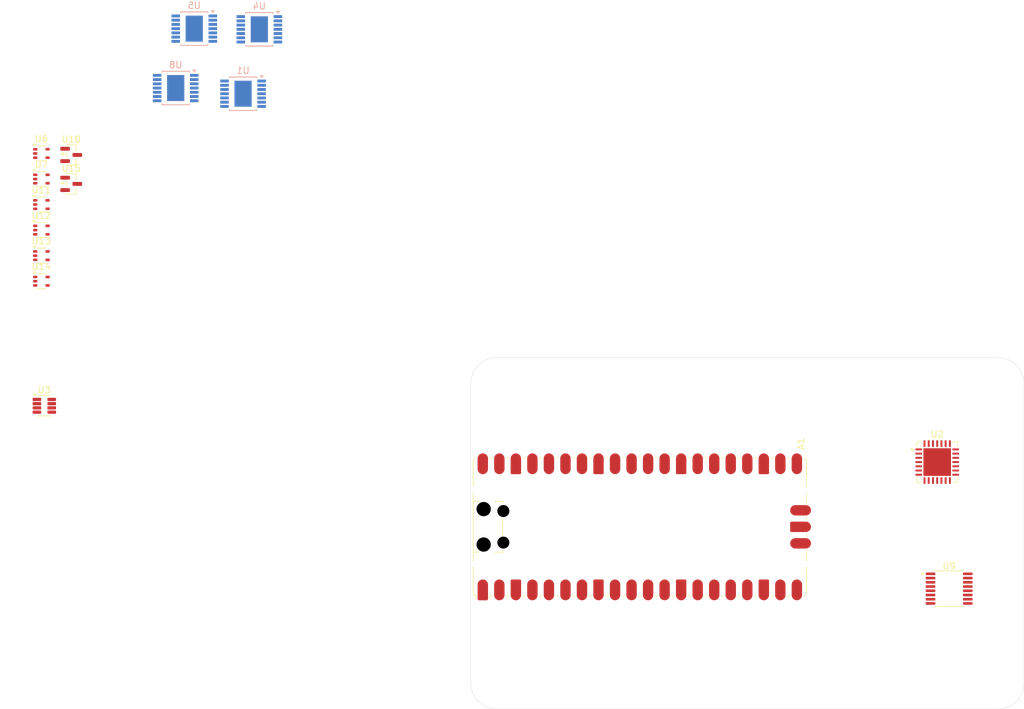
<source format=kicad_pcb>
(kicad_pcb (version 20241229) (generator "pcbnew") (generator_version "9.0")
  (layers (0 "F.Cu" signal) (2 "B.Cu" signal) (13 "F.Paste" user) (15 "B.Paste" user) (5 "F.SilkS" user "F.Silkscreen") (7 "B.SilkS" user "B.Silkscreen") (1 "F.Mask" user) (3 "B.Mask" user) (25 "Edge.Cuts" user))
  (net 0 "")
  (net 14 "Net-(A1-GND-Pad13)")
  (net 37 "Net-(U1-OUT-Pad10)")
  (net 84 "Net-(U4-OUT-Pad10)")
  (net 95 "Net-(U5-OUT-Pad10)")
  (net 114 "Net-(U8-OUT-Pad10)")
  (footprint "Package_TO_SOT_SMD:SOT-353_SC-70-5" (layer "F.Cu") (at 61.0125 75.255)
    (property "Reference" "U14" (at 0 -2.25 0) (layer "F.SilkS"))
    (property "Value" "MCP9700Ax-HLT")
    (fp_line (start -0.71 -1.16) (end 0.7 -1.16) (stroke (width 0.12)) (layer "F.SilkS"))
    (fp_line (start -0.7 1.16) (end 0.7 1.16) (stroke (width 0.12)) (layer "F.SilkS"))
    (fp_poly (pts (xy -1.08 -1.11) (xy -1.32 -1.44) (xy -0.84 -1.44) (xy -1.08 -1.11)) (stroke (width 0.12)) (fill yes) (layer "F.SilkS"))
    (pad "1" smd roundrect (at -0.95 -0.65) (size 0.65 0.4) (layers "F.Cu" "F.Mask" "F.Paste"))
    (pad "2" smd roundrect (at -0.95 0) (size 0.65 0.4) (layers "F.Cu" "F.Mask" "F.Paste"))
    (pad "3" smd roundrect (at -0.95 0.65) (size 0.65 0.4) (layers "F.Cu" "F.Mask" "F.Paste"))
    (pad "4" smd roundrect (at 0.95 0.65) (size 0.65 0.4) (layers "F.Cu" "F.Mask" "F.Paste"))
    (pad "5" smd roundrect (at 0.95 -0.65) (size 0.65 0.4) (layers "F.Cu" "F.Mask" "F.Paste"))
  )
  (footprint "Package_TO_SOT_SMD:SOT-23" (layer "F.Cu") (at 65.5925 55.855)
    (property "Reference" "U10" (at 0 -2.4 0) (layer "F.SilkS"))
    (property "Value" "MCP9700Ax-HTT")
    (fp_line (start -0.76 -1.56) (end 0.76 -1.56) (stroke (width 0.12)) (layer "F.SilkS"))
    (fp_line (start -0.76 -1.51) (end -0.76 -1.56) (stroke (width 0.12)) (layer "F.SilkS"))
    (fp_line (start -0.76 0.39) (end -0.76 -0.39) (stroke (width 0.12)) (layer "F.SilkS"))
    (fp_line (start -0.76 1.56) (end -0.76 1.51) (stroke (width 0.12)) (layer "F.SilkS"))
    (fp_line (start 0.76 -1.56) (end 0.76 -0.56) (stroke (width 0.12)) (layer "F.SilkS"))
    (fp_line (start 0.76 0.56) (end 0.76 1.56) (stroke (width 0.12)) (layer "F.SilkS"))
    (fp_line (start 0.76 1.56) (end -0.76 1.56) (stroke (width 0.12)) (layer "F.SilkS"))
    (fp_poly (pts (xy -1.3 -0.38) (xy -1.06 -0.05) (xy -1.54 -0.05)) (stroke (width 0.12)) (fill yes) (layer "F.SilkS"))
    (pad "1" smd roundrect (at -0.9375 -0.95) (size 1.475 0.6) (layers "F.Cu" "F.Mask" "F.Paste"))
    (pad "2" smd roundrect (at -0.9375 0.95) (size 1.475 0.6) (layers "F.Cu" "F.Mask" "F.Paste"))
    (pad "3" smd roundrect (at 0.9375 0) (size 1.475 0.6) (layers "F.Cu" "F.Mask" "F.Paste"))
  )
  (footprint "Package_TO_SOT_SMD:SOT-353_SC-70-5" (layer "F.Cu") (at 61.0125 55.63)
    (property "Reference" "U6" (at 0 -2.25 0) (layer "F.SilkS"))
    (property "Value" "MCP9700Ax-HLT")
    (fp_line (start -0.71 -1.16) (end 0.7 -1.16) (stroke (width 0.12)) (layer "F.SilkS"))
    (fp_line (start -0.7 1.16) (end 0.7 1.16) (stroke (width 0.12)) (layer "F.SilkS"))
    (fp_poly (pts (xy -1.08 -1.11) (xy -1.32 -1.44) (xy -0.84 -1.44) (xy -1.08 -1.11)) (stroke (width 0.12)) (fill yes) (layer "F.SilkS"))
    (pad "1" smd roundrect (at -0.95 -0.65) (size 0.65 0.4) (layers "F.Cu" "F.Mask" "F.Paste"))
    (pad "2" smd roundrect (at -0.95 0) (size 0.65 0.4) (layers "F.Cu" "F.Mask" "F.Paste"))
    (pad "3" smd roundrect (at -0.95 0.65) (size 0.65 0.4) (layers "F.Cu" "F.Mask" "F.Paste"))
    (pad "4" smd roundrect (at 0.95 0.65) (size 0.65 0.4) (layers "F.Cu" "F.Mask" "F.Paste"))
    (pad "5" smd roundrect (at 0.95 -0.65) (size 0.65 0.4) (layers "F.Cu" "F.Mask" "F.Paste"))
  )
  (footprint "Package_TO_SOT_SMD:SOT-353_SC-70-5" (layer "F.Cu") (at 61.0125 59.555)
    (property "Reference" "U7" (at 0 -2.25 0) (layer "F.SilkS"))
    (property "Value" "MCP9700Ax-HLT")
    (fp_line (start -0.71 -1.16) (end 0.7 -1.16) (stroke (width 0.12)) (layer "F.SilkS"))
    (fp_line (start -0.7 1.16) (end 0.7 1.16) (stroke (width 0.12)) (layer "F.SilkS"))
    (fp_poly (pts (xy -1.08 -1.11) (xy -1.32 -1.44) (xy -0.84 -1.44) (xy -1.08 -1.11)) (stroke (width 0.12)) (fill yes) (layer "F.SilkS"))
    (pad "1" smd roundrect (at -0.95 -0.65) (size 0.65 0.4) (layers "F.Cu" "F.Mask" "F.Paste"))
    (pad "2" smd roundrect (at -0.95 0) (size 0.65 0.4) (layers "F.Cu" "F.Mask" "F.Paste"))
    (pad "3" smd roundrect (at -0.95 0.65) (size 0.65 0.4) (layers "F.Cu" "F.Mask" "F.Paste"))
    (pad "4" smd roundrect (at 0.95 0.65) (size 0.65 0.4) (layers "F.Cu" "F.Mask" "F.Paste"))
    (pad "5" smd roundrect (at 0.95 -0.65) (size 0.65 0.4) (layers "F.Cu" "F.Mask" "F.Paste"))
  )
  (footprint "Package_SO:TSSOP-16_4.4x5mm_P0.65mm" (layer "F.Cu") (at 200.5 122.5)
    (property "Reference" "U9" (at 0 -3.45 0) (layer "F.SilkS"))
    (property "Value" "ADS7828")
    (fp_line (start -2.31 -2.735) (end 2.31 -2.735) (stroke (width 0.12)) (layer "F.SilkS"))
    (fp_line (start 2.31 2.735) (end -2.31 2.735) (stroke (width 0.12)) (layer "F.SilkS"))
    (fp_poly (pts (xy -3.86 -2.28) (xy -4.19 -2.04) (xy -4.19 -2.52)) (stroke (width 0.12)) (fill yes) (layer "F.SilkS"))
    (pad "1" smd roundrect (at -2.8625 -2.275) (size 1.475 0.4) (layers "F.Cu" "F.Mask" "F.Paste"))
    (pad "2" smd roundrect (at -2.8625 -1.625) (size 1.475 0.4) (layers "F.Cu" "F.Mask" "F.Paste"))
    (pad "3" smd roundrect (at -2.8625 -0.975) (size 1.475 0.4) (layers "F.Cu" "F.Mask" "F.Paste"))
    (pad "4" smd roundrect (at -2.8625 -0.325) (size 1.475 0.4) (layers "F.Cu" "F.Mask" "F.Paste"))
    (pad "5" smd roundrect (at -2.8625 0.325) (size 1.475 0.4) (layers "F.Cu" "F.Mask" "F.Paste"))
    (pad "6" smd roundrect (at -2.8625 0.975) (size 1.475 0.4) (layers "F.Cu" "F.Mask" "F.Paste"))
    (pad "7" smd roundrect (at -2.8625 1.625) (size 1.475 0.4) (layers "F.Cu" "F.Mask" "F.Paste"))
    (pad "8" smd roundrect (at -2.8625 2.275) (size 1.475 0.4) (layers "F.Cu" "F.Mask" "F.Paste"))
    (pad "9" smd roundrect (at 2.8625 2.275) (size 1.475 0.4) (layers "F.Cu" "F.Mask" "F.Paste"))
    (pad "10" smd roundrect (at 2.8625 1.625) (size 1.475 0.4) (layers "F.Cu" "F.Mask" "F.Paste"))
    (pad "11" smd roundrect (at 2.8625 0.975) (size 1.475 0.4) (layers "F.Cu" "F.Mask" "F.Paste"))
    (pad "12" smd roundrect (at 2.8625 0.325) (size 1.475 0.4) (layers "F.Cu" "F.Mask" "F.Paste"))
    (pad "13" smd roundrect (at 2.8625 -0.325) (size 1.475 0.4) (layers "F.Cu" "F.Mask" "F.Paste"))
    (pad "14" smd roundrect (at 2.8625 -0.975) (size 1.475 0.4) (layers "F.Cu" "F.Mask" "F.Paste"))
    (pad "15" smd roundrect (at 2.8625 -1.625) (size 1.475 0.4) (layers "F.Cu" "F.Mask" "F.Paste"))
    (pad "16" smd roundrect (at 2.8625 -2.275) (size 1.475 0.4) (layers "F.Cu" "F.Mask" "F.Paste"))
  )
  (footprint "Package_TO_SOT_SMD:SOT-353_SC-70-5" (layer "F.Cu") (at 61.0125 71.33)
    (property "Reference" "U13" (at 0 -2.25 0) (layer "F.SilkS"))
    (property "Value" "MCP9700Ax-HLT")
    (fp_line (start -0.71 -1.16) (end 0.7 -1.16) (stroke (width 0.12)) (layer "F.SilkS"))
    (fp_line (start -0.7 1.16) (end 0.7 1.16) (stroke (width 0.12)) (layer "F.SilkS"))
    (fp_poly (pts (xy -1.08 -1.11) (xy -1.32 -1.44) (xy -0.84 -1.44) (xy -1.08 -1.11)) (stroke (width 0.12)) (fill yes) (layer "F.SilkS"))
    (pad "1" smd roundrect (at -0.95 -0.65) (size 0.65 0.4) (layers "F.Cu" "F.Mask" "F.Paste"))
    (pad "2" smd roundrect (at -0.95 0) (size 0.65 0.4) (layers "F.Cu" "F.Mask" "F.Paste"))
    (pad "3" smd roundrect (at -0.95 0.65) (size 0.65 0.4) (layers "F.Cu" "F.Mask" "F.Paste"))
    (pad "4" smd roundrect (at 0.95 0.65) (size 0.65 0.4) (layers "F.Cu" "F.Mask" "F.Paste"))
    (pad "5" smd roundrect (at 0.95 -0.65) (size 0.65 0.4) (layers "F.Cu" "F.Mask" "F.Paste"))
  )
  (footprint "Package_TO_SOT_SMD:SOT-353_SC-70-5" (layer "F.Cu") (at 61.0125 67.405)
    (property "Reference" "U12" (at 0 -2.25 0) (layer "F.SilkS"))
    (property "Value" "MCP9700Ax-HLT")
    (fp_line (start -0.71 -1.16) (end 0.7 -1.16) (stroke (width 0.12)) (layer "F.SilkS"))
    (fp_line (start -0.7 1.16) (end 0.7 1.16) (stroke (width 0.12)) (layer "F.SilkS"))
    (fp_poly (pts (xy -1.08 -1.11) (xy -1.32 -1.44) (xy -0.84 -1.44) (xy -1.08 -1.11)) (stroke (width 0.12)) (fill yes) (layer "F.SilkS"))
    (pad "1" smd roundrect (at -0.95 -0.65) (size 0.65 0.4) (layers "F.Cu" "F.Mask" "F.Paste"))
    (pad "2" smd roundrect (at -0.95 0) (size 0.65 0.4) (layers "F.Cu" "F.Mask" "F.Paste"))
    (pad "3" smd roundrect (at -0.95 0.65) (size 0.65 0.4) (layers "F.Cu" "F.Mask" "F.Paste"))
    (pad "4" smd roundrect (at 0.95 0.65) (size 0.65 0.4) (layers "F.Cu" "F.Mask" "F.Paste"))
    (pad "5" smd roundrect (at 0.95 -0.65) (size 0.65 0.4) (layers "F.Cu" "F.Mask" "F.Paste"))
  )
  (footprint "Module:RaspberryPi_Pico_SMD_HandSolder" (layer "F.Cu") (at 152.97 113 90)
    (property "Reference" "A1" (at 11.7475 24.765 90) (layer "F.SilkS") (effects (justify left)))
    (property "Value" "RaspberryPi_Pico")
    (fp_line (start 10 -25.61) (end 7.51 -25.61) (stroke (width 0.12)) (layer "F.SilkS"))
    (fp_line (start 6.162061 -25.61) (end 7.51 -25.61) (stroke (width 0.12)) (layer "F.SilkS"))
    (fp_line (start 4.235 -25.61) (end 5.237939 -25.61) (stroke (width 0.12)) (layer "F.SilkS"))
    (fp_line (start 3.9 -25.61) (end 3.9 -24.694) (stroke (width 0.12)) (layer "F.SilkS"))
    (fp_line (start -3.9 -25.61) (end -3.9 -24.694) (stroke (width 0.12)) (layer "F.SilkS"))
    (fp_line (start -4.235 -25.61) (end 4.235 -25.61) (stroke (width 0.12)) (layer "F.SilkS"))
    (fp_line (start -5.237939 -25.61) (end -4.235 -25.61) (stroke (width 0.12)) (layer "F.SilkS"))
    (fp_line (start -7.51 -25.61) (end -6.16206 -25.61) (stroke (width 0.12)) (layer "F.SilkS"))
    (fp_line (start -10 -25.61) (end -7.51 -25.61) (stroke (width 0.12)) (layer "F.SilkS"))
    (fp_line (start -10.579676 -25.19) (end -11.09 -25.19) (stroke (width 0.12)) (layer "F.SilkS"))
    (fp_line (start 10.61 -23.07) (end 10.61 -22.65) (stroke (width 0.12)) (layer "F.SilkS"))
    (fp_line (start -10.61 -23.07) (end -11.09 -23.07) (stroke (width 0.12)) (layer "F.SilkS"))
    (fp_line (start -10.61 -23.07) (end -10.61 -22.65) (stroke (width 0.12)) (layer "F.SilkS"))
    (fp_line (start 3.9 -22.306) (end 3.9 -21.09) (stroke (width 0.12)) (layer "F.SilkS"))
    (fp_line (start -3.9 -22.306) (end -3.9 -21.09) (stroke (width 0.12)) (layer "F.SilkS"))
    (fp_line (start 3.60391 -21.09) (end 3.9 -21.09) (stroke (width 0.12)) (layer "F.SilkS"))
    (fp_line (start -1.24609 -21.09) (end 1.24609 -21.09) (stroke (width 0.12)) (layer "F.SilkS"))
    (fp_line (start -3.9 -21.09) (end -3.60391 -21.09) (stroke (width 0.12)) (layer "F.SilkS"))
    (fp_line (start 10.61 -20.53) (end 10.61 -20.11) (stroke (width 0.12)) (layer "F.SilkS"))
    (fp_line (start -10.61 -20.53) (end -10.61 -20.11) (stroke (width 0.12)) (layer "F.SilkS"))
    (fp_line (start 10.61 -17.99) (end 10.61 -17.57) (stroke (width 0.12)) (layer "F.SilkS"))
    (fp_line (start -10.61 -17.99) (end -10.61 -17.57) (stroke (width 0.12)) (layer "F.SilkS"))
    (fp_line (start 10.61 -15.45) (end 10.61 -15.03) (stroke (width 0.12)) (layer "F.SilkS"))
    (fp_line (start -10.61 -15.45) (end -10.61 -15.03) (stroke (width 0.12)) (layer "F.SilkS"))
    (fp_line (start 10.61 -12.91) (end 10.61 -12.49) (stroke (width 0.12)) (layer "F.SilkS"))
    (fp_line (start -10.61 -12.91) (end -10.61 -12.49) (stroke (width 0.12)) (layer "F.SilkS"))
    (fp_line (start 10.61 -10.37) (end 10.61 -9.95) (stroke (width 0.12)) (layer "F.SilkS"))
    (fp_line (start -10.61 -10.37) (end -10.61 -9.95) (stroke (width 0.12)) (layer "F.SilkS"))
    (fp_line (start 10.61 -7.83) (end 10.61 -7.41) (stroke (width 0.12)) (layer "F.SilkS"))
    (fp_line (start -10.61 -7.83) (end -10.61 -7.41) (stroke (width 0.12)) (layer "F.SilkS"))
    (fp_line (start 10.61 -5.29) (end 10.61 -4.87) (stroke (width 0.12)) (layer "F.SilkS"))
    (fp_line (start -10.61 -5.29) (end -10.61 -4.87) (stroke (width 0.12)) (layer "F.SilkS"))
    (fp_line (start 10.61 -2.75) (end 10.61 -2.33) (stroke (width 0.12)) (layer "F.SilkS"))
    (fp_line (start -10.61 -2.75) (end -10.61 -2.33) (stroke (width 0.12)) (layer "F.SilkS"))
    (fp_line (start 10.61 -0.21) (end 10.61 0.21) (stroke (width 0.12)) (layer "F.SilkS"))
    (fp_line (start -10.61 -0.21) (end -10.61 0.21) (stroke (width 0.12)) (layer "F.SilkS"))
    (fp_line (start 10.61 2.33) (end 10.61 2.75) (stroke (width 0.12)) (layer "F.SilkS"))
    (fp_line (start -10.61 2.33) (end -10.61 2.75) (stroke (width 0.12)) (layer "F.SilkS"))
    (fp_line (start 10.61 4.87) (end 10.61 5.29) (stroke (width 0.12)) (layer "F.SilkS"))
    (fp_line (start -10.61 4.87) (end -10.61 5.29) (stroke (width 0.12)) (layer "F.SilkS"))
    (fp_line (start 10.61 7.41) (end 10.61 7.83) (stroke (width 0.12)) (layer "F.SilkS"))
    (fp_line (start -10.61 7.41) (end -10.61 7.83) (stroke (width 0.12)) (layer "F.SilkS"))
    (fp_line (start 10.61 9.95) (end 10.61 10.37) (stroke (width 0.12)) (layer "F.SilkS"))
    (fp_line (start -10.61 9.95) (end -10.61 10.37) (stroke (width 0.12)) (layer "F.SilkS"))
    (fp_line (start 10.61 12.49) (end 10.61 12.91) (stroke (width 0.12)) (layer "F.SilkS"))
    (fp_line (start -10.61 12.49) (end -10.61 12.91) (stroke (width 0.12)) (layer "F.SilkS"))
    (fp_line (start 10.61 15.03) (end 10.61 15.45) (stroke (width 0.12)) (layer "F.SilkS"))
    (fp_line (start -10.61 15.03) (end -10.61 15.45) (stroke (width 0.12)) (layer "F.SilkS"))
    (fp_line (start 10.61 17.57) (end 10.61 17.99) (stroke (width 0.12)) (layer "F.SilkS"))
    (fp_line (start -10.61 17.57) (end -10.61 17.99) (stroke (width 0.12)) (layer "F.SilkS"))
    (fp_line (start 10.61 20.11) (end 10.61 20.53) (stroke (width 0.12)) (layer "F.SilkS"))
    (fp_line (start -10.61 20.11) (end -10.61 20.53) (stroke (width 0.12)) (layer "F.SilkS"))
    (fp_line (start 10.61 22.65) (end 10.61 23.07) (stroke (width 0.12)) (layer "F.SilkS"))
    (fp_line (start -10.61 22.65) (end -10.61 23.07) (stroke (width 0.12)) (layer "F.SilkS"))
    (fp_line (start 6.162061 25.61) (end 10 25.61) (stroke (width 0.12)) (layer "F.SilkS"))
    (fp_line (start 5.237939 25.61) (end 3.6 25.61) (stroke (width 0.12)) (layer "F.SilkS"))
    (fp_line (start 1.06 25.61) (end 1.48 25.61) (stroke (width 0.12)) (layer "F.SilkS"))
    (fp_line (start -1.48 25.61) (end -1.06 25.61) (stroke (width 0.12)) (layer "F.SilkS"))
    (fp_line (start -3.6 25.61) (end -5.237939 25.61) (stroke (width 0.12)) (layer "F.SilkS"))
    (fp_line (start -10 25.61) (end -6.162061 25.61) (stroke (width 0.12)) (layer "F.SilkS"))
    (fp_arc (start 10 -25.61) (mid 10.357937 -25.493944) (end 10.579676 -25.189937) (stroke (width 0.12)) (layer "F.SilkS"))
    (fp_arc (start -10.579676 -25.19) (mid -10.357938 -25.493944) (end -10 -25.61) (stroke (width 0.12)) (layer "F.SilkS"))
    (fp_arc (start 10.579676 25.189937) (mid 10.357958 25.493991) (end 10 25.61) (stroke (width 0.12)) (layer "F.SilkS"))
    (fp_arc (start -10 25.61) (mid -10.357937 25.493944) (end -10.579676 25.189937) (stroke (width 0.12)) (layer "F.SilkS"))
    (pad "" smd rect (at -8.89 -24.13 90) (size 3.8 2.2) (drill (offset -0.8 0)) (layers "F.Paste"))
    (pad "" smd rect (at -8.89 -21.59 90) (size 3.8 2.2) (drill (offset -0.8 0)) (layers "F.Paste"))
    (pad "" smd rect (at -8.89 -19.05 90) (size 3.8 2.2) (drill (offset -0.8 0)) (layers "F.Paste"))
    (pad "" smd rect (at -8.89 -16.51 90) (size 3.8 2.2) (drill (offset -0.8 0)) (layers "F.Paste"))
    (pad "" smd rect (at -8.89 -13.97 90) (size 3.8 2.2) (drill (offset -0.8 0)) (layers "F.Paste"))
    (pad "" smd rect (at -8.89 -11.43 90) (size 3.8 2.2) (drill (offset -0.8 0)) (layers "F.Paste"))
    (pad "" smd rect (at -8.89 -8.89 90) (size 3.8 2.2) (drill (offset -0.8 0)) (layers "F.Paste"))
    (pad "" smd rect (at -8.89 -6.35 90) (size 3.8 2.2) (drill (offset -0.8 0)) (layers "F.Paste"))
    (pad "" smd rect (at -8.89 -3.81 90) (size 3.8 2.2) (drill (offset -0.8 0)) (layers "F.Paste"))
    (pad "" smd rect (at -8.89 -1.27 90) (size 3.8 2.2) (drill (offset -0.8 0)) (layers "F.Paste"))
    (pad "" smd rect (at -8.89 1.27 90) (size 3.8 2.2) (drill (offset -0.8 0)) (layers "F.Paste"))
    (pad "" smd rect (at -8.89 3.81 90) (size 3.8 2.2) (drill (offset -0.8 0)) (layers "F.Paste"))
    (pad "" smd rect (at -8.89 6.35 90) (size 3.8 2.2) (drill (offset -0.8 0)) (layers "F.Paste"))
    (pad "" smd rect (at -8.89 8.89 90) (size 3.8 2.2) (drill (offset -0.8 0)) (layers "F.Paste"))
    (pad "" smd rect (at -8.89 11.43 90) (size 3.8 2.2) (drill (offset -0.8 0)) (layers "F.Paste"))
    (pad "" smd rect (at -8.89 13.97 90) (size 3.8 2.2) (drill (offset -0.8 0)) (layers "F.Paste"))
    (pad "" smd rect (at -8.89 16.51 90) (size 3.8 2.2) (drill (offset -0.8 0)) (layers "F.Paste"))
    (pad "" smd rect (at -8.89 19.05 90) (size 3.8 2.2) (drill (offset -0.8 0)) (layers "F.Paste"))
    (pad "" smd rect (at -8.89 21.59 90) (size 3.8 2.2) (drill (offset -0.8 0)) (layers "F.Paste"))
    (pad "" smd rect (at -8.89 24.13 90) (size 3.8 2.2) (drill (offset -0.8 0)) (layers "F.Paste"))
    (pad "" np_thru_hole circle (at -2.725 -24 90) (size 2.2 2.2) (drill 2.2) (layers "*.Mask"))
    (pad "" smd rect (at -2.54 23.9 90) (size 2.2 3.8) (drill (offset 0 0.8)) (layers "F.Paste"))
    (pad "" np_thru_hole circle (at -2.425 -20.97 90) (size 1.85 1.85) (drill 1.85) (layers "*.Mask"))
    (pad "" smd rect (at 0 23.9 90) (size 2.2 3.8) (drill (offset 0 0.8)) (layers "F.Paste"))
    (pad "" np_thru_hole circle (at 2.425 -20.97 90) (size 1.85 1.85) (drill 1.85) (layers "*.Mask"))
    (pad "" smd rect (at 2.54 23.9 90) (size 2.2 3.8) (drill (offset 0 0.8)) (layers "F.Paste"))
    (pad "" np_thru_hole circle (at 2.725 -24 90) (size 2.2 2.2) (drill 2.2) (layers "*.Mask"))
    (pad "" smd rect (at 8.89 -24.13 90) (size 3.8 2.2) (drill (offset 0.8 0)) (layers "F.Paste"))
    (pad "" smd rect (at 8.89 -21.59 90) (size 3.8 2.2) (drill (offset 0.8 0)) (layers "F.Paste"))
    (pad "" smd rect (at 8.89 -19.05 90) (size 3.8 2.2) (drill (offset 0.8 0)) (layers "F.Paste"))
    (pad "" smd rect (at 8.89 -16.51 90) (size 3.8 2.2) (drill (offset 0.8 0)) (layers "F.Paste"))
    (pad "" smd rect (at 8.89 -13.97 90) (size 3.8 2.2) (drill (offset 0.8 0)) (layers "F.Paste"))
    (pad "" smd rect (at 8.89 -11.43 90) (size 3.8 2.2) (drill (offset 0.8 0)) (layers "F.Paste"))
    (pad "" smd rect (at 8.89 -8.89 90) (size 3.8 2.2) (drill (offset 0.8 0)) (layers "F.Paste"))
    (pad "" smd rect (at 8.89 -6.35 90) (size 3.8 2.2) (drill (offset 0.8 0)) (layers "F.Paste"))
    (pad "" smd rect (at 8.89 -3.81 90) (size 3.8 2.2) (drill (offset 0.8 0)) (layers "F.Paste"))
    (pad "" smd rect (at 8.89 -1.27 90) (size 3.8 2.2) (drill (offset 0.8 0)) (layers "F.Paste"))
    (pad "" smd rect (at 8.89 1.27 90) (size 3.8 2.2) (drill (offset 0.8 0)) (layers "F.Paste"))
    (pad "" smd rect (at 8.89 3.81 90) (size 3.8 2.2) (drill (offset 0.8 0)) (layers "F.Paste"))
    (pad "" smd rect (at 8.89 6.35 90) (size 3.8 2.2) (drill (offset 0.8 0)) (layers "F.Paste"))
    (pad "" smd rect (at 8.89 8.89 90) (size 3.8 2.2) (drill (offset 0.8 0)) (layers "F.Paste"))
    (pad "" smd rect (at 8.89 11.43 90) (size 3.8 2.2) (drill (offset 0.8 0)) (layers "F.Paste"))
    (pad "" smd rect (at 8.89 13.97 90) (size 3.8 2.2) (drill (offset 0.8 0)) (layers "F.Paste"))
    (pad "" smd rect (at 8.89 16.51 90) (size 3.8 2.2) (drill (offset 0.8 0)) (layers "F.Paste"))
    (pad "" smd rect (at 8.89 19.05 90) (size 3.8 2.2) (drill (offset 0.8 0)) (layers "F.Paste"))
    (pad "" smd rect (at 8.89 21.59 90) (size 3.8 2.2) (drill (offset 0.8 0)) (layers "F.Paste"))
    (pad "" smd rect (at 8.89 24.13 90) (size 3.8 2.2) (drill (offset 0.8 0)) (layers "F.Paste"))
    (pad "1" smd custom (at -9.69 -24.13 90) (size 1.6 0.8) (layers "F.Cu" "F.Mask") (options (clearance outline) (anchor rect)) (primitives (gr_circle (center 0.8 0) (end 1.6 0) (width 0) (fill yes)) (gr_poly (pts (xy -1.6 -0.6) (xy -1.6 0.6) (xy -1.4 0.8) (xy 0.8 0.8) (xy 0.8 -0.8) (xy -1.4 -0.8)) (width 0) (fill yes)) (gr_circle (center -1.4 -0.6) (end -1.2 -0.6) (width 0) (fill yes)) (gr_circle (center -1.4 0.6) (end -1.2 0.6) (width 0) (fill yes))))
    (pad "2" smd roundrect (at -9.69 -21.59 90) (size 3.2 1.6) (layers "F.Cu" "F.Mask") (roundrect_rratio 0.5))
    (pad "3" smd custom (at -9.69 -19.05 90) (size 1.6 0.8) (layers "F.Cu" "F.Mask") (net 14 "Net-(A1-GND-Pad13)") (options (clearance outline) (anchor rect)) (primitives (gr_circle (center -0.8 0) (end 0 0) (width 0) (fill yes)) (gr_poly (pts (xy 1.6 -0.6) (xy 1.6 0.6) (xy 1.4 0.8) (xy -0.8 0.8) (xy -0.8 -0.8) (xy 1.4 -0.8)) (width 0) (fill yes)) (gr_circle (center 1.4 -0.6) (end 1.6 -0.6) (width 0) (fill yes)) (gr_circle (center 1.4 0.6) (end 1.6 0.6) (width 0) (fill yes))))
    (pad "4" smd roundrect (at -9.69 -16.51 90) (size 3.2 1.6) (layers "F.Cu" "F.Mask") (roundrect_rratio 0.5))
    (pad "5" smd roundrect (at -9.69 -13.97 90) (size 3.2 1.6) (layers "F.Cu" "F.Mask") (roundrect_rratio 0.5))
    (pad "6" smd roundrect (at -9.69 -11.43 90) (size 3.2 1.6) (layers "F.Cu" "F.Mask") (roundrect_rratio 0.5))
    (pad "7" smd roundrect (at -9.69 -8.89 90) (size 3.2 1.6) (layers "F.Cu" "F.Mask") (roundrect_rratio 0.5))
    (pad "8" smd custom (at -9.69 -6.35 90) (size 1.6 0.8) (layers "F.Cu" "F.Mask") (net 14 "Net-(A1-GND-Pad13)") (options (clearance outline) (anchor rect)) (primitives (gr_circle (center -0.8 0) (end 0 0) (width 0) (fill yes)) (gr_poly (pts (xy 1.6 -0.6) (xy 1.6 0.6) (xy 1.4 0.8) (xy -0.8 0.8) (xy -0.8 -0.8) (xy 1.4 -0.8)) (width 0) (fill yes)) (gr_circle (center 1.4 -0.6) (end 1.6 -0.6) (width 0) (fill yes)) (gr_circle (center 1.4 0.6) (end 1.6 0.6) (width 0) (fill yes))))
    (pad "9" smd roundrect (at -9.69 -3.81 90) (size 3.2 1.6) (layers "F.Cu" "F.Mask") (roundrect_rratio 0.5))
    (pad "10" smd roundrect (at -9.69 -1.27 90) (size 3.2 1.6) (layers "F.Cu" "F.Mask") (roundrect_rratio 0.5))
    (pad "11" smd roundrect (at -9.69 1.27 90) (size 3.2 1.6) (layers "F.Cu" "F.Mask") (roundrect_rratio 0.5))
    (pad "12" smd roundrect (at -9.69 3.81 90) (size 3.2 1.6) (layers "F.Cu" "F.Mask") (roundrect_rratio 0.5))
    (pad "13" smd custom (at -9.69 6.35 90) (size 1.6 0.8) (layers "F.Cu" "F.Mask") (net 14 "Net-(A1-GND-Pad13)") (options (clearance outline) (anchor rect)) (primitives (gr_circle (center -0.8 0) (end 0 0) (width 0) (fill yes)) (gr_poly (pts (xy 1.6 -0.6) (xy 1.6 0.6) (xy 1.4 0.8) (xy -0.8 0.8) (xy -0.8 -0.8) (xy 1.4 -0.8)) (width 0) (fill yes)) (gr_circle (center 1.4 -0.6) (end 1.6 -0.6) (width 0) (fill yes)) (gr_circle (center 1.4 0.6) (end 1.6 0.6) (width 0) (fill yes))))
    (pad "14" smd roundrect (at -9.69 8.89 90) (size 3.2 1.6) (layers "F.Cu" "F.Mask") (roundrect_rratio 0.5))
    (pad "15" smd roundrect (at -9.69 11.43 90) (size 3.2 1.6) (layers "F.Cu" "F.Mask") (roundrect_rratio 0.5))
    (pad "16" smd roundrect (at -9.69 13.97 90) (size 3.2 1.6) (layers "F.Cu" "F.Mask") (roundrect_rratio 0.5))
    (pad "17" smd roundrect (at -9.69 16.51 90) (size 3.2 1.6) (layers "F.Cu" "F.Mask") (roundrect_rratio 0.5))
    (pad "18" smd custom (at -9.69 19.05 90) (size 1.6 0.8) (layers "F.Cu" "F.Mask") (net 14 "Net-(A1-GND-Pad13)") (options (clearance outline) (anchor rect)) (primitives (gr_circle (center -0.8 0) (end 0 0) (width 0) (fill yes)) (gr_poly (pts (xy 1.6 -0.6) (xy 1.6 0.6) (xy 1.4 0.8) (xy -0.8 0.8) (xy -0.8 -0.8) (xy 1.4 -0.8)) (width 0) (fill yes)) (gr_circle (center 1.4 -0.6) (end 1.6 -0.6) (width 0) (fill yes)) (gr_circle (center 1.4 0.6) (end 1.6 0.6) (width 0) (fill yes))))
    (pad "19" smd roundrect (at -9.69 21.59 90) (size 3.2 1.6) (layers "F.Cu" "F.Mask") (roundrect_rratio 0.5))
    (pad "20" smd roundrect (at -9.69 24.13 90) (size 3.2 1.6) (layers "F.Cu" "F.Mask") (roundrect_rratio 0.5))
    (pad "21" smd roundrect (at 9.69 24.13 90) (size 3.2 1.6) (layers "F.Cu" "F.Mask") (roundrect_rratio 0.5))
    (pad "22" smd roundrect (at 9.69 21.59 90) (size 3.2 1.6) (layers "F.Cu" "F.Mask") (roundrect_rratio 0.5))
    (pad "23" smd custom (at 9.69 19.05 90) (size 1.6 0.8) (layers "F.Cu" "F.Mask") (net 14 "Net-(A1-GND-Pad13)") (options (clearance outline) (anchor rect)) (primitives (gr_circle (center 0.8 0) (end 1.6 0) (width 0) (fill yes)) (gr_poly (pts (xy -1.6 -0.6) (xy -1.6 0.6) (xy -1.4 0.8) (xy 0.8 0.8) (xy 0.8 -0.8) (xy -1.4 -0.8)) (width 0) (fill yes)) (gr_circle (center -1.4 -0.6) (end -1.2 -0.6) (width 0) (fill yes)) (gr_circle (center -1.4 0.6) (end -1.2 0.6) (width 0) (fill yes))))
    (pad "24" smd roundrect (at 9.69 16.51 90) (size 3.2 1.6) (layers "F.Cu" "F.Mask") (roundrect_rratio 0.5))
    (pad "25" smd roundrect (at 9.69 13.97 90) (size 3.2 1.6) (layers "F.Cu" "F.Mask") (roundrect_rratio 0.5))
    (pad "26" smd roundrect (at 9.69 11.43 90) (size 3.2 1.6) (layers "F.Cu" "F.Mask") (roundrect_rratio 0.5))
    (pad "27" smd roundrect (at 9.69 8.89 90) (size 3.2 1.6) (layers "F.Cu" "F.Mask") (roundrect_rratio 0.5))
    (pad "28" smd custom (at 9.69 6.35 90) (size 1.6 0.8) (layers "F.Cu" "F.Mask") (net 14 "Net-(A1-GND-Pad13)") (options (clearance outline) (anchor rect)) (primitives (gr_circle (center 0.8 0) (end 1.6 0) (width 0) (fill yes)) (gr_poly (pts (xy -1.6 -0.6) (xy -1.6 0.6) (xy -1.4 0.8) (xy 0.8 0.8) (xy 0.8 -0.8) (xy -1.4 -0.8)) (width 0) (fill yes)) (gr_circle (center -1.4 -0.6) (end -1.2 -0.6) (width 0) (fill yes)) (gr_circle (center -1.4 0.6) (end -1.2 0.6) (width 0) (fill yes))))
    (pad "29" smd roundrect (at 9.69 3.81 90) (size 3.2 1.6) (layers "F.Cu" "F.Mask") (roundrect_rratio 0.5))
    (pad "30" smd roundrect (at 9.69 1.27 90) (size 3.2 1.6) (layers "F.Cu" "F.Mask") (roundrect_rratio 0.5))
    (pad "31" smd roundrect (at 9.69 -1.27 90) (size 3.2 1.6) (layers "F.Cu" "F.Mask") (roundrect_rratio 0.5))
    (pad "32" smd roundrect (at 9.69 -3.81 90) (size 3.2 1.6) (layers "F.Cu" "F.Mask") (roundrect_rratio 0.5))
    (pad "33" smd custom (at 9.69 -6.35 90) (size 1.6 0.8) (layers "F.Cu" "F.Mask") (options (clearance outline) (anchor rect)) (primitives (gr_circle (center 0.8 0) (end 1.6 0) (width 0) (fill yes)) (gr_poly (pts (xy -1.6 -0.6) (xy -1.6 0.6) (xy -1.4 0.8) (xy 0.8 0.8) (xy 0.8 -0.8) (xy -1.4 -0.8)) (width 0) (fill yes)) (gr_circle (center -1.4 -0.6) (end -1.2 -0.6) (width 0) (fill yes)) (gr_circle (center -1.4 0.6) (end -1.2 0.6) (width 0) (fill yes))))
    (pad "34" smd roundrect (at 9.69 -8.89 90) (size 3.2 1.6) (layers "F.Cu" "F.Mask") (roundrect_rratio 0.5))
    (pad "35" smd roundrect (at 9.69 -11.43 90) (size 3.2 1.6) (layers "F.Cu" "F.Mask") (roundrect_rratio 0.5))
    (pad "36" smd roundrect (at 9.69 -13.97 90) (size 3.2 1.6) (layers "F.Cu" "F.Mask") (roundrect_rratio 0.5))
    (pad "37" smd roundrect (at 9.69 -16.51 90) (size 3.2 1.6) (layers "F.Cu" "F.Mask") (roundrect_rratio 0.5))
    (pad "38" smd custom (at 9.69 -19.05 90) (size 1.6 0.8) (layers "F.Cu" "F.Mask") (net 14 "Net-(A1-GND-Pad13)") (options (clearance outline) (anchor rect)) (primitives (gr_circle (center 0.8 0) (end 1.6 0) (width 0) (fill yes)) (gr_poly (pts (xy -1.6 -0.6) (xy -1.6 0.6) (xy -1.4 0.8) (xy 0.8 0.8) (xy 0.8 -0.8) (xy -1.4 -0.8)) (width 0) (fill yes)) (gr_circle (center -1.4 -0.6) (end -1.2 -0.6) (width 0) (fill yes)) (gr_circle (center -1.4 0.6) (end -1.2 0.6) (width 0) (fill yes))))
    (pad "39" smd roundrect (at 9.69 -21.59 90) (size 3.2 1.6) (layers "F.Cu" "F.Mask") (roundrect_rratio 0.5))
    (pad "40" smd roundrect (at 9.69 -24.13 90) (size 3.2 1.6) (layers "F.Cu" "F.Mask") (roundrect_rratio 0.5))
    (pad "D1" smd roundrect (at -2.54 23.9 180) (size 3.2 1.6) (drill (offset -0.8 0)) (layers "F.Cu" "F.Mask") (roundrect_rratio 0.5))
    (pad "D2" smd custom (at 0 23.9) (size 1.6 1.6) (layers "F.Cu" "F.Mask") (net 14 "Net-(A1-GND-Pad13)") (options (clearance outline) (anchor circle)) (primitives (gr_poly (pts (xy -0.8 -0.6) (xy -0.8 0.6) (xy -0.6 0.8) (xy 1.6 0.8) (xy 1.6 -0.8) (xy -0.6 -0.8)) (width 0) (fill yes)) (gr_circle (center -0.6 0.6) (end -0.4 0.6) (width 0) (fill yes)) (gr_circle (center -0.6 -0.6) (end -0.4 -0.6) (width 0) (fill yes)) (gr_circle (center 1.6 0) (end 2.4 0) (width 0) (fill yes))))
    (pad "D3" smd roundrect (at 2.54 23.9 180) (size 3.2 1.6) (drill (offset -0.8 0)) (layers "F.Cu" "F.Mask") (roundrect_rratio 0.5))
  )
  (footprint "Package_TO_SOT_SMD:SOT-23" (layer "F.Cu") (at 65.5925 60.305)
    (property "Reference" "U15" (at 0 -2.4 0) (layer "F.SilkS"))
    (property "Value" "MCP9700Ax-HTT")
    (fp_line (start -0.76 -1.56) (end 0.76 -1.56) (stroke (width 0.12)) (layer "F.SilkS"))
    (fp_line (start -0.76 -1.51) (end -0.76 -1.56) (stroke (width 0.12)) (layer "F.SilkS"))
    (fp_line (start -0.76 0.39) (end -0.76 -0.39) (stroke (width 0.12)) (layer "F.SilkS"))
    (fp_line (start -0.76 1.56) (end -0.76 1.51) (stroke (width 0.12)) (layer "F.SilkS"))
    (fp_line (start 0.76 -1.56) (end 0.76 -0.56) (stroke (width 0.12)) (layer "F.SilkS"))
    (fp_line (start 0.76 0.56) (end 0.76 1.56) (stroke (width 0.12)) (layer "F.SilkS"))
    (fp_line (start 0.76 1.56) (end -0.76 1.56) (stroke (width 0.12)) (layer "F.SilkS"))
    (fp_poly (pts (xy -1.3 -0.38) (xy -1.06 -0.05) (xy -1.54 -0.05)) (stroke (width 0.12)) (fill yes) (layer "F.SilkS"))
    (pad "1" smd roundrect (at -0.9375 -0.95) (size 1.475 0.6) (layers "F.Cu" "F.Mask" "F.Paste"))
    (pad "2" smd roundrect (at -0.9375 0.95) (size 1.475 0.6) (layers "F.Cu" "F.Mask" "F.Paste"))
    (pad "3" smd roundrect (at 0.9375 0) (size 1.475 0.6) (layers "F.Cu" "F.Mask" "F.Paste"))
  )
  (footprint "Package_DFN_QFN:QFN-28-1EP_6x6mm_P0.65mm_EP4.25x4.25mm" (layer "F.Cu") (at 198.6625 103.05)
    (property "Reference" "U2" (at 0 -4.3 0) (layer "F.SilkS"))
    (property "Value" "MCP25625x-x-ML")
    (fp_line (start -3.11 -3.11) (end -2.36 -3.11) (stroke (width 0.12)) (layer "F.SilkS"))
    (fp_line (start -3.11 -2.36) (end -3.11 -3.11) (stroke (width 0.12)) (layer "F.SilkS"))
    (fp_line (start -3.11 3.11) (end -3.11 2.36) (stroke (width 0.12)) (layer "F.SilkS"))
    (fp_line (start -2.36 3.11) (end -3.11 3.11) (stroke (width 0.12)) (layer "F.SilkS"))
    (fp_line (start 2.36 -3.11) (end 3.11 -3.11) (stroke (width 0.12)) (layer "F.SilkS"))
    (fp_line (start 3.11 -3.11) (end 3.11 -2.36) (stroke (width 0.12)) (layer "F.SilkS"))
    (fp_line (start 3.11 2.36) (end 3.11 3.11) (stroke (width 0.12)) (layer "F.SilkS"))
    (fp_line (start 3.11 3.11) (end 2.36 3.11) (stroke (width 0.12)) (layer "F.SilkS"))
    (fp_poly (pts (xy -3.61 -1.95) (xy -3.94 -1.71) (xy -3.94 -2.19)) (stroke (width 0.12)) (fill yes) (layer "F.SilkS"))
    (pad "1" smd roundrect (at -2.8375 -1.95) (size 1.025 0.3) (layers "F.Cu" "F.Mask" "F.Paste"))
    (pad "2" smd roundrect (at -2.8375 -1.3) (size 1.025 0.3) (layers "F.Cu" "F.Mask" "F.Paste"))
    (pad "3" smd roundrect (at -2.8375 -0.65) (size 1.025 0.3) (layers "F.Cu" "F.Mask" "F.Paste"))
    (pad "4" smd roundrect (at -2.8375 0) (size 1.025 0.3) (layers "F.Cu" "F.Mask" "F.Paste"))
    (pad "5" smd roundrect (at -2.8375 0.65) (size 1.025 0.3) (layers "F.Cu" "F.Mask" "F.Paste"))
    (pad "6" smd roundrect (at -2.8375 1.3) (size 1.025 0.3) (layers "F.Cu" "F.Mask" "F.Paste"))
    (pad "7" smd roundrect (at -2.8375 1.95) (size 1.025 0.3) (layers "F.Cu" "F.Mask" "F.Paste"))
    (pad "8" smd roundrect (at -1.95 2.8375) (size 0.3 1.025) (layers "F.Cu" "F.Mask" "F.Paste"))
    (pad "9" smd roundrect (at -1.3 2.8375) (size 0.3 1.025) (layers "F.Cu" "F.Mask" "F.Paste"))
    (pad "10" smd roundrect (at -0.65 2.8375) (size 0.3 1.025) (layers "F.Cu" "F.Mask" "F.Paste"))
    (pad "11" smd roundrect (at 0 2.8375) (size 0.3 1.025) (layers "F.Cu" "F.Mask" "F.Paste"))
    (pad "12" smd roundrect (at 0.65 2.8375) (size 0.3 1.025) (layers "F.Cu" "F.Mask" "F.Paste"))
    (pad "13" smd roundrect (at 1.3 2.8375) (size 0.3 1.025) (layers "F.Cu" "F.Mask" "F.Paste"))
    (pad "14" smd roundrect (at 1.95 2.8375) (size 0.3 1.025) (layers "F.Cu" "F.Mask" "F.Paste"))
    (pad "15" smd roundrect (at 2.8375 1.95) (size 1.025 0.3) (layers "F.Cu" "F.Mask" "F.Paste"))
    (pad "16" smd roundrect (at 2.8375 1.3) (size 1.025 0.3) (layers "F.Cu" "F.Mask" "F.Paste"))
    (pad "17" smd roundrect (at 2.8375 0.65) (size 1.025 0.3) (layers "F.Cu" "F.Mask" "F.Paste"))
    (pad "18" smd roundrect (at 2.8375 0) (size 1.025 0.3) (layers "F.Cu" "F.Mask" "F.Paste"))
    (pad "19" smd roundrect (at 2.8375 -0.65) (size 1.025 0.3) (layers "F.Cu" "F.Mask" "F.Paste"))
    (pad "20" smd roundrect (at 2.8375 -1.3) (size 1.025 0.3) (layers "F.Cu" "F.Mask" "F.Paste"))
    (pad "21" smd roundrect (at 2.8375 -1.95) (size 1.025 0.3) (layers "F.Cu" "F.Mask" "F.Paste"))
    (pad "22" smd roundrect (at 1.95 -2.8375) (size 0.3 1.025) (layers "F.Cu" "F.Mask" "F.Paste"))
    (pad "23" smd roundrect (at 1.3 -2.8375) (size 0.3 1.025) (layers "F.Cu" "F.Mask" "F.Paste"))
    (pad "24" smd roundrect (at 0.65 -2.8375) (size 0.3 1.025) (layers "F.Cu" "F.Mask" "F.Paste"))
    (pad "25" smd roundrect (at 0 -2.8375) (size 0.3 1.025) (layers "F.Cu" "F.Mask" "F.Paste"))
    (pad "26" smd roundrect (at -0.65 -2.8375) (size 0.3 1.025) (layers "F.Cu" "F.Mask" "F.Paste"))
    (pad "27" smd roundrect (at -1.3 -2.8375) (size 0.3 1.025) (layers "F.Cu" "F.Mask" "F.Paste"))
    (pad "28" smd roundrect (at -1.95 -2.8375) (size 0.3 1.025) (layers "F.Cu" "F.Mask" "F.Paste"))
    (pad "29" smd rect (at 0 0) (size 4.25 4.25) (property pad_prop_heatsink) (layers "F.Cu" "F.Mask"))
  )
  (footprint "Package_TO_SOT_SMD:SOT-353_SC-70-5" (layer "F.Cu") (at 61.0125 63.48)
    (property "Reference" "U11" (at 0 -2.25 0) (layer "F.SilkS"))
    (property "Value" "MCP9700Ax-HLT")
    (fp_line (start -0.71 -1.16) (end 0.7 -1.16) (stroke (width 0.12)) (layer "F.SilkS"))
    (fp_line (start -0.7 1.16) (end 0.7 1.16) (stroke (width 0.12)) (layer "F.SilkS"))
    (fp_poly (pts (xy -1.08 -1.11) (xy -1.32 -1.44) (xy -0.84 -1.44) (xy -1.08 -1.11)) (stroke (width 0.12)) (fill yes) (layer "F.SilkS"))
    (pad "1" smd roundrect (at -0.95 -0.65) (size 0.65 0.4) (layers "F.Cu" "F.Mask" "F.Paste"))
    (pad "2" smd roundrect (at -0.95 0) (size 0.65 0.4) (layers "F.Cu" "F.Mask" "F.Paste"))
    (pad "3" smd roundrect (at -0.95 0.65) (size 0.65 0.4) (layers "F.Cu" "F.Mask" "F.Paste"))
    (pad "4" smd roundrect (at 0.95 0.65) (size 0.65 0.4) (layers "F.Cu" "F.Mask" "F.Paste"))
    (pad "5" smd roundrect (at 0.95 -0.65) (size 0.65 0.4) (layers "F.Cu" "F.Mask" "F.Paste"))
  )
  (footprint "Package_TO_SOT_SMD:SOT-23-8" (layer "F.Cu") (at 61.4625 94.4)
    (property "Reference" "U3" (at 0 -2.4 0) (layer "F.SilkS"))
    (property "Value" "INA219AxDCN")
    (fp_line (start -0.91 -1.56) (end 0.91 -1.56) (stroke (width 0.12)) (layer "F.SilkS"))
    (fp_line (start -0.91 -1.485) (end -0.91 -1.56) (stroke (width 0.12)) (layer "F.SilkS"))
    (fp_line (start -0.91 1.56) (end -0.91 1.485) (stroke (width 0.12)) (layer "F.SilkS"))
    (fp_line (start 0.91 -1.56) (end 0.91 -1.485) (stroke (width 0.12)) (layer "F.SilkS"))
    (fp_line (start 0.91 1.485) (end 0.91 1.56) (stroke (width 0.12)) (layer "F.SilkS"))
    (fp_line (start 0.91 1.56) (end -0.91 1.56) (stroke (width 0.12)) (layer "F.SilkS"))
    (fp_poly (pts (xy -1.45 -1.49) (xy -1.69 -1.82) (xy -1.21 -1.82)) (stroke (width 0.12)) (fill yes) (layer "F.SilkS"))
    (pad "1" smd roundrect (at -1.1375 -0.975) (size 1.325 0.5) (layers "F.Cu" "F.Mask" "F.Paste"))
    (pad "2" smd roundrect (at -1.1375 -0.325) (size 1.325 0.5) (layers "F.Cu" "F.Mask" "F.Paste"))
    (pad "3" smd roundrect (at -1.1375 0.325) (size 1.325 0.5) (layers "F.Cu" "F.Mask" "F.Paste"))
    (pad "4" smd roundrect (at -1.1375 0.975) (size 1.325 0.5) (layers "F.Cu" "F.Mask" "F.Paste"))
    (pad "5" smd roundrect (at 1.1375 0.975) (size 1.325 0.5) (layers "F.Cu" "F.Mask" "F.Paste"))
    (pad "6" smd roundrect (at 1.1375 0.325) (size 1.325 0.5) (layers "F.Cu" "F.Mask" "F.Paste"))
    (pad "7" smd roundrect (at 1.1375 -0.325) (size 1.325 0.5) (layers "F.Cu" "F.Mask" "F.Paste"))
    (pad "8" smd roundrect (at 1.1375 -0.975) (size 1.325 0.5) (layers "F.Cu" "F.Mask" "F.Paste"))
  )
  (footprint "Package_SO:Infineon_PG-TSDSO-14-22" (layer "B.Cu") (at 92 46.45 180)
    (property "Reference" "U1" (at 0 3.556 0) (layer "B.SilkS") (effects (justify mirror)))
    (property "Value" "BTS7004-1EPP")
    (fp_line (start 2.075 2.575) (end 2.075 2.43) (stroke (width 0.15)) (layer "B.SilkS"))
    (fp_line (start 2.075 -2.575) (end 2.075 -2.43) (stroke (width 0.15)) (layer "B.SilkS"))
    (fp_line (start -2.075 2.575) (end 2.075 2.575) (stroke (width 0.15)) (layer "B.SilkS"))
    (fp_line (start -2.075 2.575) (end -2.075 2.43) (stroke (width 0.15)) (layer "B.SilkS"))
    (fp_line (start -2.075 -2.575) (end 2.075 -2.575) (stroke (width 0.15)) (layer "B.SilkS"))
    (fp_line (start -2.075 -2.575) (end -2.075 -2.43) (stroke (width 0.15)) (layer "B.SilkS"))
    (fp_poly (pts (xy -2.85 2.45) (xy -3.09 2.78) (xy -2.61 2.78) (xy -2.85 2.45)) (stroke (width 0.12)) (fill yes) (layer "B.SilkS"))
    (pad "1" smd rect (at -2.85 1.95 180) (size 1.31 0.45) (layers "B.Cu" "B.Mask" "B.Paste"))
    (pad "2" smd rect (at -2.85 1.3 180) (size 1.31 0.45) (layers "B.Cu" "B.Mask" "B.Paste"))
    (pad "3" smd rect (at -2.85 0.65 180) (size 1.31 0.45) (layers "B.Cu" "B.Mask" "B.Paste"))
    (pad "4" smd rect (at -2.845 0 180) (size 1.31 0.45) (layers "B.Cu" "B.Mask" "B.Paste"))
    (pad "5" smd rect (at -2.85 -0.65 180) (size 1.31 0.45) (layers "B.Cu" "B.Mask" "B.Paste"))
    (pad "6" smd rect (at -2.85 -1.3 180) (size 1.31 0.45) (layers "B.Cu" "B.Mask" "B.Paste"))
    (pad "7" smd rect (at -2.85 -1.95 180) (size 1.31 0.45) (layers "B.Cu" "B.Mask" "B.Paste"))
    (pad "8" smd rect (at 2.85 -1.95 180) (size 1.31 0.45) (layers "B.Cu" "B.Mask" "B.Paste") (net 37 "Net-(U1-OUT-Pad10)"))
    (pad "9" smd rect (at 2.85 -1.3 180) (size 1.31 0.45) (layers "B.Cu" "B.Mask" "B.Paste") (net 37 "Net-(U1-OUT-Pad10)"))
    (pad "10" smd rect (at 2.85 -0.65 180) (size 1.31 0.45) (layers "B.Cu" "B.Mask" "B.Paste") (net 37 "Net-(U1-OUT-Pad10)"))
    (pad "11" smd rect (at 2.85 0 180) (size 1.31 0.45) (layers "B.Cu" "B.Mask" "B.Paste"))
    (pad "12" smd rect (at 2.85 0.65 180) (size 1.31 0.45) (layers "B.Cu" "B.Mask" "B.Paste") (net 37 "Net-(U1-OUT-Pad10)"))
    (pad "13" smd rect (at 2.85 1.3 180) (size 1.31 0.45) (layers "B.Cu" "B.Mask" "B.Paste") (net 37 "Net-(U1-OUT-Pad10)"))
    (pad "14" smd rect (at 2.85 1.95 180) (size 1.31 0.45) (layers "B.Cu" "B.Mask" "B.Paste") (net 37 "Net-(U1-OUT-Pad10)"))
    (pad "15" smd rect (at 0 0 180) (size 2.65 4) (layers "B.Cu" "B.Mask"))
  )
  (footprint "Package_SO:Infineon_PG-TSDSO-14-22" (layer "B.Cu") (at 81.65 45.575 180)
    (property "Reference" "U8" (at 0 3.556 0) (layer "B.SilkS") (effects (justify mirror)))
    (property "Value" "BTS7004-1EPP")
    (fp_line (start 2.075 2.575) (end 2.075 2.43) (stroke (width 0.15)) (layer "B.SilkS"))
    (fp_line (start 2.075 -2.575) (end 2.075 -2.43) (stroke (width 0.15)) (layer "B.SilkS"))
    (fp_line (start -2.075 2.575) (end 2.075 2.575) (stroke (width 0.15)) (layer "B.SilkS"))
    (fp_line (start -2.075 2.575) (end -2.075 2.43) (stroke (width 0.15)) (layer "B.SilkS"))
    (fp_line (start -2.075 -2.575) (end 2.075 -2.575) (stroke (width 0.15)) (layer "B.SilkS"))
    (fp_line (start -2.075 -2.575) (end -2.075 -2.43) (stroke (width 0.15)) (layer "B.SilkS"))
    (fp_poly (pts (xy -2.85 2.45) (xy -3.09 2.78) (xy -2.61 2.78) (xy -2.85 2.45)) (stroke (width 0.12)) (fill yes) (layer "B.SilkS"))
    (pad "1" smd rect (at -2.85 1.95 180) (size 1.31 0.45) (layers "B.Cu" "B.Mask" "B.Paste"))
    (pad "2" smd rect (at -2.85 1.3 180) (size 1.31 0.45) (layers "B.Cu" "B.Mask" "B.Paste"))
    (pad "3" smd rect (at -2.85 0.65 180) (size 1.31 0.45) (layers "B.Cu" "B.Mask" "B.Paste"))
    (pad "4" smd rect (at -2.845 0 180) (size 1.31 0.45) (layers "B.Cu" "B.Mask" "B.Paste"))
    (pad "5" smd rect (at -2.85 -0.65 180) (size 1.31 0.45) (layers "B.Cu" "B.Mask" "B.Paste"))
    (pad "6" smd rect (at -2.85 -1.3 180) (size 1.31 0.45) (layers "B.Cu" "B.Mask" "B.Paste"))
    (pad "7" smd rect (at -2.85 -1.95 180) (size 1.31 0.45) (layers "B.Cu" "B.Mask" "B.Paste"))
    (pad "8" smd rect (at 2.85 -1.95 180) (size 1.31 0.45) (layers "B.Cu" "B.Mask" "B.Paste") (net 114 "Net-(U8-OUT-Pad10)"))
    (pad "9" smd rect (at 2.85 -1.3 180) (size 1.31 0.45) (layers "B.Cu" "B.Mask" "B.Paste") (net 114 "Net-(U8-OUT-Pad10)"))
    (pad "10" smd rect (at 2.85 -0.65 180) (size 1.31 0.45) (layers "B.Cu" "B.Mask" "B.Paste") (net 114 "Net-(U8-OUT-Pad10)"))
    (pad "11" smd rect (at 2.85 0 180) (size 1.31 0.45) (layers "B.Cu" "B.Mask" "B.Paste"))
    (pad "12" smd rect (at 2.85 0.65 180) (size 1.31 0.45) (layers "B.Cu" "B.Mask" "B.Paste") (net 114 "Net-(U8-OUT-Pad10)"))
    (pad "13" smd rect (at 2.85 1.3 180) (size 1.31 0.45) (layers "B.Cu" "B.Mask" "B.Paste") (net 114 "Net-(U8-OUT-Pad10)"))
    (pad "14" smd rect (at 2.85 1.95 180) (size 1.31 0.45) (layers "B.Cu" "B.Mask" "B.Paste") (net 114 "Net-(U8-OUT-Pad10)"))
    (pad "15" smd rect (at 0 0 180) (size 2.65 4) (layers "B.Cu" "B.Mask"))
  )
  (footprint "Package_SO:Infineon_PG-TSDSO-14-22" (layer "B.Cu") (at 84.5 36.45 180)
    (property "Reference" "U5" (at 0 3.556 0) (layer "B.SilkS") (effects (justify mirror)))
    (property "Value" "BTS7004-1EPP")
    (fp_line (start 2.075 2.575) (end 2.075 2.43) (stroke (width 0.15)) (layer "B.SilkS"))
    (fp_line (start 2.075 -2.575) (end 2.075 -2.43) (stroke (width 0.15)) (layer "B.SilkS"))
    (fp_line (start -2.075 2.575) (end 2.075 2.575) (stroke (width 0.15)) (layer "B.SilkS"))
    (fp_line (start -2.075 2.575) (end -2.075 2.43) (stroke (width 0.15)) (layer "B.SilkS"))
    (fp_line (start -2.075 -2.575) (end 2.075 -2.575) (stroke (width 0.15)) (layer "B.SilkS"))
    (fp_line (start -2.075 -2.575) (end -2.075 -2.43) (stroke (width 0.15)) (layer "B.SilkS"))
    (fp_poly (pts (xy -2.85 2.45) (xy -3.09 2.78) (xy -2.61 2.78) (xy -2.85 2.45)) (stroke (width 0.12)) (fill yes) (layer "B.SilkS"))
    (pad "1" smd rect (at -2.85 1.95 180) (size 1.31 0.45) (layers "B.Cu" "B.Mask" "B.Paste"))
    (pad "2" smd rect (at -2.85 1.3 180) (size 1.31 0.45) (layers "B.Cu" "B.Mask" "B.Paste"))
    (pad "3" smd rect (at -2.85 0.65 180) (size 1.31 0.45) (layers "B.Cu" "B.Mask" "B.Paste"))
    (pad "4" smd rect (at -2.845 0 180) (size 1.31 0.45) (layers "B.Cu" "B.Mask" "B.Paste"))
    (pad "5" smd rect (at -2.85 -0.65 180) (size 1.31 0.45) (layers "B.Cu" "B.Mask" "B.Paste"))
    (pad "6" smd rect (at -2.85 -1.3 180) (size 1.31 0.45) (layers "B.Cu" "B.Mask" "B.Paste"))
    (pad "7" smd rect (at -2.85 -1.95 180) (size 1.31 0.45) (layers "B.Cu" "B.Mask" "B.Paste"))
    (pad "8" smd rect (at 2.85 -1.95 180) (size 1.31 0.45) (layers "B.Cu" "B.Mask" "B.Paste") (net 95 "Net-(U5-OUT-Pad10)"))
    (pad "9" smd rect (at 2.85 -1.3 180) (size 1.31 0.45) (layers "B.Cu" "B.Mask" "B.Paste") (net 95 "Net-(U5-OUT-Pad10)"))
    (pad "10" smd rect (at 2.85 -0.65 180) (size 1.31 0.45) (layers "B.Cu" "B.Mask" "B.Paste") (net 95 "Net-(U5-OUT-Pad10)"))
    (pad "11" smd rect (at 2.85 0 180) (size 1.31 0.45) (layers "B.Cu" "B.Mask" "B.Paste"))
    (pad "12" smd rect (at 2.85 0.65 180) (size 1.31 0.45) (layers "B.Cu" "B.Mask" "B.Paste") (net 95 "Net-(U5-OUT-Pad10)"))
    (pad "13" smd rect (at 2.85 1.3 180) (size 1.31 0.45) (layers "B.Cu" "B.Mask" "B.Paste") (net 95 "Net-(U5-OUT-Pad10)"))
    (pad "14" smd rect (at 2.85 1.95 180) (size 1.31 0.45) (layers "B.Cu" "B.Mask" "B.Paste") (net 95 "Net-(U5-OUT-Pad10)"))
    (pad "15" smd rect (at 0 0 180) (size 2.65 4) (layers "B.Cu" "B.Mask"))
  )
  (footprint "Package_SO:Infineon_PG-TSDSO-14-22" (layer "B.Cu") (at 94.5 36.55 180)
    (property "Reference" "U4" (at 0 3.556 0) (layer "B.SilkS") (effects (justify mirror)))
    (property "Value" "BTS7004-1EPP")
    (fp_line (start 2.075 2.575) (end 2.075 2.43) (stroke (width 0.15)) (layer "B.SilkS"))
    (fp_line (start 2.075 -2.575) (end 2.075 -2.43) (stroke (width 0.15)) (layer "B.SilkS"))
    (fp_line (start -2.075 2.575) (end 2.075 2.575) (stroke (width 0.15)) (layer "B.SilkS"))
    (fp_line (start -2.075 2.575) (end -2.075 2.43) (stroke (width 0.15)) (layer "B.SilkS"))
    (fp_line (start -2.075 -2.575) (end 2.075 -2.575) (stroke (width 0.15)) (layer "B.SilkS"))
    (fp_line (start -2.075 -2.575) (end -2.075 -2.43) (stroke (width 0.15)) (layer "B.SilkS"))
    (fp_poly (pts (xy -2.85 2.45) (xy -3.09 2.78) (xy -2.61 2.78) (xy -2.85 2.45)) (stroke (width 0.12)) (fill yes) (layer "B.SilkS"))
    (pad "1" smd rect (at -2.85 1.95 180) (size 1.31 0.45) (layers "B.Cu" "B.Mask" "B.Paste"))
    (pad "2" smd rect (at -2.85 1.3 180) (size 1.31 0.45) (layers "B.Cu" "B.Mask" "B.Paste"))
    (pad "3" smd rect (at -2.85 0.65 180) (size 1.31 0.45) (layers "B.Cu" "B.Mask" "B.Paste"))
    (pad "4" smd rect (at -2.845 0 180) (size 1.31 0.45) (layers "B.Cu" "B.Mask" "B.Paste"))
    (pad "5" smd rect (at -2.85 -0.65 180) (size 1.31 0.45) (layers "B.Cu" "B.Mask" "B.Paste"))
    (pad "6" smd rect (at -2.85 -1.3 180) (size 1.31 0.45) (layers "B.Cu" "B.Mask" "B.Paste"))
    (pad "7" smd rect (at -2.85 -1.95 180) (size 1.31 0.45) (layers "B.Cu" "B.Mask" "B.Paste"))
    (pad "8" smd rect (at 2.85 -1.95 180) (size 1.31 0.45) (layers "B.Cu" "B.Mask" "B.Paste") (net 84 "Net-(U4-OUT-Pad10)"))
    (pad "9" smd rect (at 2.85 -1.3 180) (size 1.31 0.45) (layers "B.Cu" "B.Mask" "B.Paste") (net 84 "Net-(U4-OUT-Pad10)"))
    (pad "10" smd rect (at 2.85 -0.65 180) (size 1.31 0.45) (layers "B.Cu" "B.Mask" "B.Paste") (net 84 "Net-(U4-OUT-Pad10)"))
    (pad "11" smd rect (at 2.85 0 180) (size 1.31 0.45) (layers "B.Cu" "B.Mask" "B.Paste"))
    (pad "12" smd rect (at 2.85 0.65 180) (size 1.31 0.45) (layers "B.Cu" "B.Mask" "B.Paste") (net 84 "Net-(U4-OUT-Pad10)"))
    (pad "13" smd rect (at 2.85 1.3 180) (size 1.31 0.45) (layers "B.Cu" "B.Mask" "B.Paste") (net 84 "Net-(U4-OUT-Pad10)"))
    (pad "14" smd rect (at 2.85 1.95 180) (size 1.31 0.45) (layers "B.Cu" "B.Mask" "B.Paste") (net 84 "Net-(U4-OUT-Pad10)"))
    (pad "15" smd rect (at 0 0 180) (size 2.65 4) (layers "B.Cu" "B.Mask"))
  )
  (gr_arc (start 131 141) (mid 128.171573 139.828427) (end 127 137) (stroke (width 0.05)) (layer "Edge.Cuts"))
  (gr_line (start 212 91) (end 212 137) (stroke (width 0.05)) (layer "Edge.Cuts"))
  (gr_arc (start 208 87) (mid 210.828427 88.171573) (end 212 91) (stroke (width 0.05)) (layer "Edge.Cuts"))
  (gr_line (start 131 87) (end 208 87) (stroke (width 0.05)) (layer "Edge.Cuts"))
  (gr_arc (start 212 137) (mid 210.828427 139.828427) (end 208 141) (stroke (width 0.05)) (layer "Edge.Cuts"))
  (gr_line (start 127 137) (end 127 91) (stroke (width 0.05)) (layer "Edge.Cuts"))
  (gr_arc (start 127 91) (mid 128.171573 88.171573) (end 131 87) (stroke (width 0.05)) (layer "Edge.Cuts"))
  (gr_line (start 208 141) (end 131 141) (stroke (width 0.05)) (layer "Edge.Cuts"))
)
</source>
